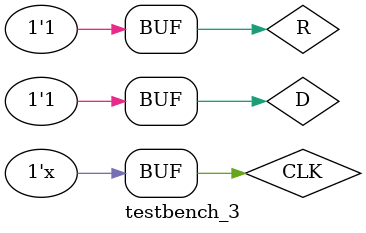
<source format=v>


module testbench_3();
   reg D,R,CLK;
	wire Q,NQ;
	parameter half_of_clock_period_ns = 5; 
	parameter initial_period= 45;
	d_flip_flop_with_asynch_reset  d_flip_flop_with_asynch_reset(.D(D),.R(R),.CLK(CLK),.Q(Q),.NQ(NQ));
		
		
	//run clock  ALWAYS
	always
		begin
			#half_of_clock_period_ns;
			CLK = ~CLK;
		end

	initial
		begin
		R=0; D=0; CLK =0;		
		#initial_period;
		R=0; D=1;	
		#initial_period;
		R=0; D=1;	
		#initial_period;
		R=1; D=1;
		end
		
endmodule

</source>
